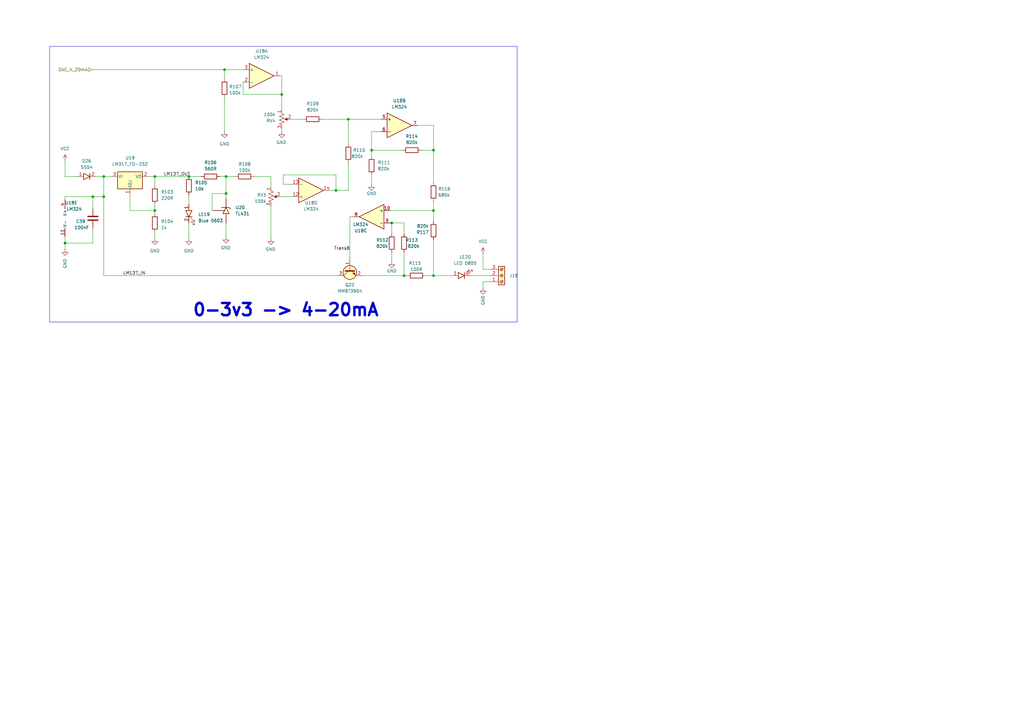
<source format=kicad_sch>
(kicad_sch (version 20231120) (generator "eeschema") (generator_version "8.0")
  (paper "A3")
  (lib_symbols
    (symbol "Amplifier_Operational:LM324" (pin_names (offset 0.127))
      (property "Reference" "U" (at 0 5.08 0))
      (property "Value" "LM324" (at 0 -5.08 0))
      (symbol "LM324_1_1"
        (polyline (pts (xy -5.08 5.08) (xy 5.08 0) (xy -5.08 -5.08) (xy -5.08 5.08)) (stroke (width 0.254)) (fill (type background)))
        (pin output line (at 7.62 0 180) (length 2.54) (name "~") (number "1"))
        (pin input line (at -7.62 -2.54 0) (length 2.54) (name "-") (number "2"))
        (pin input line (at -7.62 2.54 0) (length 2.54) (name "+") (number "3"))
      )
      (symbol "LM324_2_1"
        (polyline (pts (xy -5.08 5.08) (xy 5.08 0) (xy -5.08 -5.08) (xy -5.08 5.08)) (stroke (width 0.254)) (fill (type background)))
        (pin input line (at -7.62 2.54 0) (length 2.54) (name "+") (number "5"))
        (pin input line (at -7.62 -2.54 0) (length 2.54) (name "-") (number "6"))
        (pin output line (at 7.62 0 180) (length 2.54) (name "~") (number "7"))
      )
      (symbol "LM324_3_1"
        (polyline (pts (xy -5.08 5.08) (xy 5.08 0) (xy -5.08 -5.08) (xy -5.08 5.08)) (stroke (width 0.254)) (fill (type background)))
        (pin input line (at -7.62 2.54 0) (length 2.54) (name "+") (number "10"))
        (pin output line (at 7.62 0 180) (length 2.54) (name "~") (number "8"))
        (pin input line (at -7.62 -2.54 0) (length 2.54) (name "-") (number "9"))
      )
      (symbol "LM324_4_1"
        (polyline (pts (xy -5.08 5.08) (xy 5.08 0) (xy -5.08 -5.08) (xy -5.08 5.08)) (stroke (width 0.254)) (fill (type background)))
        (pin input line (at -7.62 2.54 0) (length 2.54) (name "+") (number "12"))
        (pin input line (at -7.62 -2.54 0) (length 2.54) (name "-") (number "13"))
        (pin output line (at 7.62 0 180) (length 2.54) (name "~") (number "14"))
      )
      (symbol "LM324_5_1"
        (pin power_in line (at -2.54 -7.62 90) (length 3.81) (name "V-") (number "11"))
        (pin power_in line (at -2.54 7.62 270) (length 3.81) (name "V+") (number "4"))
      )
    )
    (symbol "Connector:Screw_Terminal_01x03" (pin_names (offset 1.016) hide)
      (property "Reference" "J" (at 0 5.08 0))
      (property "Value" "Screw_Terminal_01x03" (at 0 -5.08 0))
      (symbol "Screw_Terminal_01x03_1_1"
        (rectangle (start -1.27 3.81) (end 1.27 -3.81) (stroke (width 0.254)) (fill (type background)))
        (circle (center 0 -2.54) (radius 0.635) (stroke (width 0.1524)))
        (polyline (pts (xy -0.5334 -2.2098) (xy 0.3302 -3.048)) (stroke (width 0.1524)))
        (polyline (pts (xy -0.5334 0.3302) (xy 0.3302 -0.508)) (stroke (width 0.1524)))
        (polyline (pts (xy -0.5334 2.8702) (xy 0.3302 2.032)) (stroke (width 0.1524)))
        (polyline (pts (xy -0.3556 -2.032) (xy 0.508 -2.8702)) (stroke (width 0.1524)))
        (polyline (pts (xy -0.3556 0.508) (xy 0.508 -0.3302)) (stroke (width 0.1524)))
        (polyline (pts (xy -0.3556 3.048) (xy 0.508 2.2098)) (stroke (width 0.1524)))
        (circle (center 0 0) (radius 0.635) (stroke (width 0.1524)))
        (circle (center 0 2.54) (radius 0.635) (stroke (width 0.1524)))
        (pin passive line (at -5.08 2.54 0) (length 3.81) (name "Pin_1") (number "1"))
        (pin passive line (at -5.08 0 0) (length 3.81) (name "Pin_2") (number "2"))
        (pin passive line (at -5.08 -2.54 0) (length 3.81) (name "Pin_3") (number "3"))
      )
    )
    (symbol "Device:C" (pin_numbers hide) (pin_names (offset 0.254))
      (property "Reference" "C" (at 0.635 2.54 0))
      (property "Value" "C" (at 0.635 -2.54 0))
      (symbol "C_0_1"
        (polyline (pts (xy -2.032 -0.762) (xy 2.032 -0.762)) (stroke (width 0.508)))
        (polyline (pts (xy -2.032 0.762) (xy 2.032 0.762)) (stroke (width 0.508)))
      )
      (symbol "C_1_1"
        (pin passive line (at 0 3.81 270) (length 2.794) (name "~") (number "1"))
        (pin passive line (at 0 -3.81 90) (length 2.794) (name "~") (number "2"))
      )
    )
    (symbol "Device:R" (pin_numbers hide) (pin_names (offset 0))
      (property "Reference" "R" (at 2.032 0 90))
      (property "Value" "R" (at 0 0 90))
      (symbol "R_0_1"
        (rectangle (start -1.016 -2.54) (end 1.016 2.54) (stroke (width 0.254)))
      )
      (symbol "R_1_1"
        (pin passive line (at 0 3.81 270) (length 1.27) (name "~") (number "1"))
        (pin passive line (at 0 -3.81 90) (length 1.27) (name "~") (number "2"))
      )
    )
    (symbol "Device:R_Potentiometer_US" (pin_names (offset 1.016) hide)
      (property "Reference" "RV" (at -4.445 0 90))
      (property "Value" "R_Potentiometer_US" (at -2.54 0 90))
      (symbol "R_Potentiometer_US_0_1"
        (polyline (pts (xy 0 -2.286) (xy 0 -2.54)))
        (polyline (pts (xy 0 2.54) (xy 0 2.286)))
        (polyline (pts (xy 2.54 0) (xy 1.524 0)))
        (polyline (pts (xy 1.143 0) (xy 2.286 0.508) (xy 2.286 -0.508) (xy 1.143 0)) (fill (type outline)))
        (polyline (pts (xy 0 -0.762) (xy 1.016 -1.143) (xy 0 -1.524) (xy -1.016 -1.905) (xy 0 -2.286)))
        (polyline (pts (xy 0 0.762) (xy 1.016 0.381) (xy 0 0) (xy -1.016 -0.381) (xy 0 -0.762)))
        (polyline (pts (xy 0 2.286) (xy 1.016 1.905) (xy 0 1.524) (xy -1.016 1.143) (xy 0 0.762)))
      )
      (symbol "R_Potentiometer_US_1_1"
        (pin passive line (at 0 3.81 270) (length 1.27) (name "1") (number "1"))
        (pin passive line (at 3.81 0 180) (length 1.27) (name "2") (number "2"))
        (pin passive line (at 0 -3.81 90) (length 1.27) (name "3") (number "3"))
      )
    )
    (symbol "IVS_SYMBOLS:D_Diode"
      (property "Reference" "D" (at 0 2.54 0))
      (property "Value" "D_Diode" (at 0 -2.54 0))
      (symbol "D_Diode_0_1"
        (polyline (pts (xy 0 1.27) (xy 0 -1.27)) (stroke (width 0.254)))
        (polyline (pts (xy 2.54 1.27) (xy 2.54 -1.27) (xy 0 0) (xy 2.54 1.27)) (stroke (width 0.254)) (fill (type background)))
      )
      (symbol "D_Diode_1_1"
        (pin passive line (at 5.08 0 180) (length 2.54) (name "") (number "1"))
        (pin passive line (at -2.54 0 0) (length 2.54) (name "") (number "2"))
      )
    )
    (symbol "IVS_SYMBOLS:Led"
      (property "Reference" "LE" (at 0.508 -2.794 0))
      (property "Value" "Led" (at -0.254 2.794 0))
      (symbol "Led_0_1"
        (polyline (pts (xy 0 -1.27) (xy 0 1.27)) (stroke (width 0.254)))
        (polyline (pts (xy 2.54 -1.27) (xy 2.54 1.27) (xy 0 0) (xy 2.54 -1.27)) (stroke (width 0.254)) (fill (type background)))
        (polyline (pts (xy -1.778 -0.762) (xy -3.302 -2.286) (xy -2.54 -2.286) (xy -3.302 -2.286) (xy -3.302 -1.524)))
        (polyline (pts (xy -0.508 -0.762) (xy -2.032 -2.286) (xy -1.27 -2.286) (xy -2.032 -2.286) (xy -2.032 -1.524)))
      )
      (symbol "Led_1_1"
        (pin passive line (at 5.08 0 180) (length 2.54) (name "") (number "1"))
        (pin passive line (at -2.54 0 0) (length 2.54) (name "") (number "2"))
      )
    )
    (symbol "IVS_SYMBOLS:NPN" (pin_names (offset 0) hide)
      (property "Reference" "Q" (at 5.08 1.905 0))
      (property "Value" "NPN" (at 5.08 0 0))
      (symbol "NPN_0_1"
        (polyline (pts (xy 0 0) (xy 0.635 0)))
        (polyline (pts (xy 0.635 0.635) (xy 2.54 2.54)))
        (polyline (pts (xy 0.635 -0.635) (xy 2.54 -2.54) (xy 2.54 -2.54)))
        (polyline (pts (xy 0.635 1.905) (xy 0.635 -1.905) (xy 0.635 -1.905)) (stroke (width 0.508)))
        (polyline (pts (xy 1.27 -1.778) (xy 1.778 -1.27) (xy 2.286 -2.286) (xy 1.27 -1.778) (xy 1.27 -1.778)) (fill (type outline)))
        (circle (center 1.27 0) (radius 2.8194) (stroke (width 0.254)) (fill (type background)))
      )
      (symbol "NPN_1_1"
        (pin input line (at -5.08 0 0) (length 5.08) (name "B") (number "1"))
        (pin passive line (at 2.54 -5.08 90) (length 2.54) (name "E") (number "2"))
        (pin passive line (at 2.54 5.08 270) (length 2.54) (name "C") (number "3"))
      )
    )
    (symbol "IVS_SYMBOLS:TL431" (pin_numbers hide) (pin_names hide)
      (property "Reference" "U" (at 5.08 2.54 0))
      (property "Value" "TL431" (at 5.08 0 0))
      (symbol "TL431_0_1"
        (polyline (pts (xy -1.905 1.27) (xy 1.27 1.27) (xy 1.905 0.635)) (stroke (width 0.254)))
        (polyline (pts (xy 0 1.27) (xy -1.27 -1.27) (xy 0.635 -1.27) (xy 1.27 -1.27) (xy 0 1.27)) (stroke (width 0.254)) (fill (type background)))
      )
      (symbol "TL431_1_1"
        (pin passive line (at 0 5.08 270) (length 3.81) (name "K") (number "1"))
        (pin passive line (at -5.08 0 0) (length 4.5) (name "REF") (number "2"))
        (pin passive line (at 0 -5.08 90) (length 3.81) (name "A") (number "3"))
      )
    )
    (symbol "Regulator_Linear:LM317_TO-252" (pin_names (offset 0.254))
      (property "Reference" "U" (at -3.81 3.175 0))
      (property "Value" "LM317_TO-252" (at 0 3.175 0))
      (symbol "LM317_TO-252_0_1"
        (rectangle (start -5.08 1.905) (end 5.08 -5.08) (stroke (width 0.254)) (fill (type background)))
      )
      (symbol "LM317_TO-252_1_1"
        (pin input line (at 0 -7.62 90) (length 2.54) (name "ADJ") (number "1"))
        (pin power_out line (at 7.62 0 180) (length 2.54) (name "VO") (number "2"))
        (pin power_in line (at -7.62 0 0) (length 2.54) (name "VI") (number "3"))
      )
    )
    (symbol "power:GND" (power) (pin_names (offset 0))
      (property "Value" "GND" (at 0 -3.81 0))
      (symbol "GND_0_1"
        (polyline (pts (xy 0 0) (xy 0 -1.27) (xy 1.27 -1.27) (xy 0 -2.54) (xy -1.27 -1.27) (xy 0 -1.27)))
      )
      (symbol "GND_1_1"
        (pin power_in line (at 0 0 270) (length 0) hide (name "GND") (number "1"))
      )
    )
    (symbol "power:VCC" (power) (pin_names (offset 0))
      (property "Value" "VCC" (at 0 3.81 0))
      (symbol "VCC_0_1"
        (polyline (pts (xy -0.762 1.27) (xy 0 2.54)))
        (polyline (pts (xy 0 0) (xy 0 2.54)))
        (polyline (pts (xy 0 2.54) (xy 0.762 1.27)))
      )
      (symbol "VCC_1_1"
        (pin power_in line (at 0 0 90) (length 0) hide (name "VCC") (number "1"))
      )
    )
  )
  (junction (at 177.8 86.36))
  (junction (at 77.47 72.39))
  (junction (at 63.5 86.36))
  (junction (at 92.075 28.575))
  (junction (at 92.71 72.39))
  (junction (at 137.795 78.105))
  (junction (at 42.545 80.645))
  (junction (at 160.655 91.44))
  (junction (at 63.5 72.39))
  (junction (at 142.875 48.895))
  (junction (at 42.545 72.39))
  (junction (at 26.67 99.695))
  (junction (at 177.8 113.03))
  (junction (at 115.57 38.735))
  (junction (at 152.4 61.595))
  (junction (at 177.8 61.595))
  (junction (at 165.735 113.03))
  (junction (at 38.1 80.645))
  (junction (at 92.71 79.375))
  (wire (pts (xy 111.125 72.39) (xy 111.125 76.835)))
  (wire (pts (xy 160.655 91.44) (xy 160.655 95.885)))
  (wire (pts (xy 120.015 75.565) (xy 116.205 75.565)))
  (wire (pts (xy 86.995 79.375) (xy 92.71 79.375)))
  (wire (pts (xy 38.1 80.645) (xy 42.545 80.645)))
  (wire (pts (xy 38.1 85.725) (xy 38.1 80.645)))
  (wire (pts (xy 92.075 32.385) (xy 92.075 28.575)))
  (wire (pts (xy 142.875 48.895) (xy 156.21 48.895)))
  (wire (pts (xy 77.47 72.39) (xy 82.55 72.39)))
  (wire (pts (xy 99.695 33.655) (xy 99.695 38.735)))
  (wire (pts (xy 152.4 61.595) (xy 165.1 61.595)))
  (wire (pts (xy 63.5 83.82) (xy 63.5 86.36)))
  (polyline (pts (xy 20.32 19.05) (xy 212.09 19.05)))
  (wire (pts (xy 92.71 91.44) (xy 92.71 97.155)))
  (wire (pts (xy 99.695 38.735) (xy 115.57 38.735)))
  (wire (pts (xy 137.795 71.755) (xy 137.795 78.105)))
  (wire (pts (xy 114.935 31.115) (xy 115.57 31.115)))
  (wire (pts (xy 198.12 110.49) (xy 200.66 110.49)))
  (wire (pts (xy 160.02 91.44) (xy 160.655 91.44)))
  (wire (pts (xy 142.875 78.105) (xy 137.795 78.105)))
  (wire (pts (xy 116.205 75.565) (xy 116.205 71.755)))
  (wire (pts (xy 104.14 72.39) (xy 111.125 72.39)))
  (wire (pts (xy 142.875 66.675) (xy 142.875 78.105)))
  (wire (pts (xy 38.1 93.345) (xy 38.1 99.695)))
  (wire (pts (xy 63.5 95.25) (xy 63.5 97.79)))
  (wire (pts (xy 77.47 80.01) (xy 77.47 83.82)))
  (wire (pts (xy 116.205 71.755) (xy 137.795 71.755)))
  (wire (pts (xy 177.8 61.595) (xy 177.8 74.93)))
  (wire (pts (xy 152.4 64.135) (xy 152.4 61.595)))
  (wire (pts (xy 177.8 98.425) (xy 177.8 113.03)))
  (wire (pts (xy 63.5 72.39) (xy 63.5 76.2)))
  (wire (pts (xy 60.96 72.39) (xy 63.5 72.39)))
  (wire (pts (xy 138.43 113.03) (xy 42.545 113.03)))
  (wire (pts (xy 198.12 115.57) (xy 198.12 118.11)))
  (wire (pts (xy 26.67 97.155) (xy 26.67 99.695)))
  (wire (pts (xy 42.545 72.39) (xy 45.72 72.39)))
  (wire (pts (xy 114.935 80.645) (xy 120.015 80.645)))
  (wire (pts (xy 165.735 91.44) (xy 165.735 95.885)))
  (wire (pts (xy 177.8 82.55) (xy 177.8 86.36)))
  (wire (pts (xy 90.17 72.39) (xy 92.71 72.39)))
  (wire (pts (xy 160.02 86.36) (xy 177.8 86.36)))
  (wire (pts (xy 142.875 48.895) (xy 142.875 59.055)))
  (wire (pts (xy 42.545 113.03) (xy 42.545 80.645)))
  (wire (pts (xy 92.71 81.28) (xy 92.71 79.375)))
  (wire (pts (xy 26.67 72.39) (xy 31.75 72.39)))
  (wire (pts (xy 200.66 115.57) (xy 198.12 115.57)))
  (wire (pts (xy 135.255 78.105) (xy 137.795 78.105)))
  (wire (pts (xy 172.72 61.595) (xy 177.8 61.595)))
  (wire (pts (xy 53.34 80.01) (xy 53.34 86.36)))
  (wire (pts (xy 26.67 80.645) (xy 26.67 81.915)))
  (wire (pts (xy 92.71 79.375) (xy 92.71 72.39)))
  (polyline (pts (xy 20.32 132.08) (xy 20.32 19.05)))
  (wire (pts (xy 119.38 48.895) (xy 124.46 48.895)))
  (wire (pts (xy 174.625 113.03) (xy 177.8 113.03)))
  (polyline (pts (xy 20.32 132.08) (xy 212.09 132.08)))
  (wire (pts (xy 177.8 113.03) (xy 185.42 113.03)))
  (wire (pts (xy 115.57 38.735) (xy 115.57 31.115)))
  (wire (pts (xy 92.71 72.39) (xy 96.52 72.39)))
  (wire (pts (xy 38.1 80.645) (xy 26.67 80.645)))
  (wire (pts (xy 63.5 72.39) (xy 77.47 72.39)))
  (wire (pts (xy 143.51 105.41) (xy 143.51 88.9)))
  (wire (pts (xy 92.075 40.005) (xy 92.075 53.975)))
  (wire (pts (xy 152.4 53.975) (xy 152.4 61.595)))
  (wire (pts (xy 86.995 86.36) (xy 86.995 79.375)))
  (wire (pts (xy 92.075 28.575) (xy 99.695 28.575)))
  (wire (pts (xy 87.63 86.36) (xy 86.995 86.36)))
  (wire (pts (xy 177.8 86.36) (xy 177.8 90.805)))
  (wire (pts (xy 144.78 88.9) (xy 143.51 88.9)))
  (wire (pts (xy 165.735 113.03) (xy 167.005 113.03)))
  (wire (pts (xy 26.67 66.04) (xy 26.67 72.39)))
  (wire (pts (xy 198.12 104.14) (xy 198.12 110.49)))
  (wire (pts (xy 63.5 86.36) (xy 63.5 87.63)))
  (wire (pts (xy 171.45 51.435) (xy 177.8 51.435)))
  (wire (pts (xy 165.735 103.505) (xy 165.735 113.03)))
  (wire (pts (xy 77.47 91.44) (xy 77.47 97.79)))
  (wire (pts (xy 152.4 53.975) (xy 156.21 53.975)))
  (wire (pts (xy 53.34 86.36) (xy 63.5 86.36)))
  (wire (pts (xy 115.57 38.735) (xy 115.57 45.085)))
  (wire (pts (xy 39.37 72.39) (xy 42.545 72.39)))
  (wire (pts (xy 111.125 84.455) (xy 111.125 97.79)))
  (wire (pts (xy 160.655 103.505) (xy 160.655 107.315)))
  (wire (pts (xy 115.57 52.705) (xy 115.57 53.975)))
  (wire (pts (xy 160.655 91.44) (xy 165.735 91.44)))
  (polyline (pts (xy 212.09 19.05) (xy 212.09 132.08)))
  (wire (pts (xy 42.545 80.645) (xy 42.545 72.39)))
  (wire (pts (xy 193.04 113.03) (xy 200.66 113.03)))
  (wire (pts (xy 26.67 99.695) (xy 26.67 102.235)))
  (wire (pts (xy 38.1 99.695) (xy 26.67 99.695)))
  (wire (pts (xy 37.465 28.575) (xy 92.075 28.575)))
  (wire (pts (xy 132.08 48.895) (xy 142.875 48.895)))
  (wire (pts (xy 148.59 113.03) (xy 165.735 113.03)))
  (wire (pts (xy 177.8 61.595) (xy 177.8 51.435)))
  (wire (pts (xy 152.4 71.755) (xy 152.4 75.565)))
  (text "0-3v3 -> 4-20mA" (at 78.74 130.175 0) (effects (font (size 5 5) (thickness 1) (bold yes)) (justify left bottom)))
  (label "LM137_IN" (at 59.69 113.03 180))
  (label "TransB" (at 143.51 102.87 180))
  (label "LM137_OUT" (at 78.105 72.39 180))
  (hierarchical_label "DAC_4_20mA" (shape input) (at 37.465 28.575 180))
  (symbol (lib_id "power:GND") (at 115.57 53.975 0) (unit 1)
    (property "Reference" "#PWR0120" (effects (hide yes)))
    (property "Value" "GND" (at 117.475 58.42 0) (effects (justify right)))
    (instances (project "DongTamV2" (path "" (reference "#PWR0120") (unit 1))) (project "dongtam" (path "" (reference "#PWR0156") (unit 1))))
  )
  (symbol (lib_id "Device:R") (at 128.27 48.895 90) (unit 1)
    (property "Reference" "R109" (at 128.27 42.545 90))
    (property "Value" "820k" (at 128.27 45.085 90))
    (property "Footprint" "SpiritBoi_Footprint_Library:R_0603" (effects (hide yes)))
    (instances (project "DongTamV2" (path "" (reference "R109") (unit 1))) (project "dongtam" (path "" (reference "R101") (unit 1))))
  )
  (symbol (lib_id "Device:R") (at 168.91 61.595 90) (unit 1)
    (property "Reference" "R114" (at 168.91 55.88 90))
    (property "Value" "820k" (at 168.91 58.42 90))
    (property "Footprint" "SpiritBoi_Footprint_Library:R_0603" (effects (hide yes)))
    (instances (project "DongTamV2" (path "" (reference "R114") (unit 1))) (project "dongtam" (path "" (reference "R106") (unit 1))))
  )
  (symbol (lib_id "Device:R") (at 86.36 72.39 270) (unit 1)
    (property "Reference" "R106" (at 86.36 66.675 90))
    (property "Value" "560R" (at 86.36 69.215 90))
    (property "Footprint" "SpiritBoi_Footprint_Library:R_0603" (effects (hide yes)))
    (instances (project "DongTamV2" (path "" (reference "R106") (unit 1))) (project "dongtam" (path "" (reference "R98") (unit 1))))
  )
  (symbol (lib_id "Device:R") (at 152.4 67.945 0) (unit 1)
    (property "Reference" "R111" (at 154.94 66.6749 0) (effects (justify left)))
    (property "Value" "820k" (at 154.94 69.2149 0) (effects (justify left)))
    (property "Footprint" "SpiritBoi_Footprint_Library:R_0603" (effects (hide yes)))
    (instances (project "DongTamV2" (path "" (reference "R111") (unit 1))) (project "dongtam" (path "" (reference "R103") (unit 1))))
  )
  (symbol (lib_id "Device:R") (at 92.075 36.195 0) (unit 1)
    (property "Reference" "R107" (at 93.98 35.56 0) (effects (justify left)))
    (property "Value" "100k" (at 93.98 38.1 0) (effects (justify left)))
    (property "Footprint" "SpiritBoi_Footprint_Library:R_0603" (effects (hide yes)))
    (instances (project "DongTamV2" (path "" (reference "R107") (unit 1))) (project "dongtam" (path "" (reference "R99") (unit 1))))
  )
  (symbol (lib_id "power:GND") (at 77.47 97.79 0) (unit 1)
    (property "Reference" "#PWR0116" (effects (hide yes)))
    (property "Value" "GND" (at 77.47 102.87 0))
    (instances (project "DongTamV2" (path "" (reference "#PWR0116") (unit 1))) (project "dongtam" (path "" (reference "#PWR0152") (unit 1))))
  )
  (symbol (lib_id "IVS_SYMBOLS:TL431") (at 92.71 86.36 0) (unit 1)
    (property "Reference" "U20" (at 96.52 85.0899 0) (effects (justify left)))
    (property "Value" "TL431" (at 96.52 87.6299 0) (effects (justify left)))
    (property "Footprint" "SpiritBoi_Footprint_Library:SOT23-3" (effects (hide yes)))
    (property "Datasheet" "http://www.ti.com/lit/ds/symlink/tl431.pdf" (effects (hide yes)))
    (instances (project "DongTamV2" (path "" (reference "U20") (unit 1))) (project "dongtam" (path "" (reference "U17") (unit 1))))
  )
  (symbol (lib_id "power:GND") (at 92.71 97.155 0) (unit 1)
    (property "Reference" "#PWR0118" (effects (hide yes)))
    (property "Value" "GND" (at 94.615 101.6 0) (effects (justify right)))
    (instances (project "DongTamV2" (path "" (reference "#PWR0118") (unit 1))) (project "dongtam" (path "" (reference "#PWR0154") (unit 1))))
  )
  (symbol (lib_id "Regulator_Linear:LM317_TO-252") (at 53.34 72.39 0) (unit 1)
    (property "Reference" "U19" (at 53.34 64.77 0))
    (property "Value" "LM317_TO-252" (at 53.34 67.31 0))
    (property "Footprint" "SpiritBoi_Footprint_Library:Package-IC-Vert-SMD-TO_252_2" (effects (hide yes)))
    (property "Datasheet" "http://www.ti.com/lit/ds/snvs774n/snvs774n.pdf" (effects (hide yes)))
    (instances (project "DongTamV2" (path "" (reference "U19") (unit 1))) (project "dongtam" (path "" (reference "U16") (unit 1))))
  )
  (symbol (lib_id "Amplifier_Operational:LM324") (at 107.315 31.115 0) (unit 1)
    (property "Reference" "U18" (at 107.315 20.955 0))
    (property "Value" "LM324" (at 107.315 23.495 0))
    (property "Footprint" "SpiritBoi_Footprint_Library:Package-IC-Vert-SMD-1.27mm-14P-SOIC_14_Narrow_3.9x8.7mm" (effects (hide yes)))
    (property "Datasheet" "http://www.ti.com/lit/ds/symlink/lm2902-n.pdf" (effects (hide yes)))
    (instances (project "DongTamV2" (path "" (reference "U18") (unit 1))) (project "dongtam" (path "" (reference "U15") (unit 1))))
  )
  (symbol (lib_id "Amplifier_Operational:LM324") (at 127.635 78.105 0) (mirror x) (unit 4)
    (property "Reference" "U18" (at 127.635 83.185 0))
    (property "Value" "LM324" (at 127.635 85.725 0))
    (property "Footprint" "SpiritBoi_Footprint_Library:Package-IC-Vert-SMD-1.27mm-14P-SOIC_14_Narrow_3.9x8.7mm" (effects (hide yes)))
    (property "Datasheet" "http://www.ti.com/lit/ds/symlink/lm2902-n.pdf" (effects (hide yes)))
    (instances (project "DongTamV2" (path "" (reference "U18") (unit 4))) (project "dongtam" (path "" (reference "U15") (unit 4))))
  )
  (symbol (lib_id "Device:C") (at 38.1 89.535 0) (unit 1)
    (property "Reference" "C39" (at 31.115 90.805 0) (effects (justify left)))
    (property "Value" "100nF" (at 30.48 93.345 0) (effects (justify left)))
    (property "Footprint" "SpiritBoi_Footprint_Library:C_0603" (effects (hide yes)))
    (instances (project "DongTamV2" (path "" (reference "C39") (unit 1))) (project "dongtam" (path "" (reference "C32") (unit 1))))
  )
  (symbol (lib_id "power:VCC") (at 26.67 66.04 0) (unit 1)
    (property "Reference" "#PWR0113" (effects (hide yes)))
    (property "Value" "VCC" (at 26.67 60.96 0))
    (instances (project "DongTamV2" (path "" (reference "#PWR0113") (unit 1))) (project "dongtam" (path "" (reference "#PWR0149") (unit 1))))
  )
  (symbol (lib_id "Amplifier_Operational:LM324") (at 29.21 89.535 0) (unit 5)
    (property "Reference" "U18" (at 29.21 83.185 0))
    (property "Value" "LM324" (at 30.48 85.725 0))
    (property "Footprint" "SpiritBoi_Footprint_Library:Package-IC-Vert-SMD-1.27mm-14P-SOIC_14_Narrow_3.9x8.7mm" (effects (hide yes)))
    (property "Datasheet" "http://www.ti.com/lit/ds/symlink/lm2902-n.pdf" (effects (hide yes)))
    (instances (project "DongTamV2" (path "" (reference "U18") (unit 5))) (project "dongtam" (path "" (reference "U15") (unit 5))))
  )
  (symbol (lib_id "power:GND") (at 63.5 97.79 0) (unit 1)
    (property "Reference" "#PWR0115" (effects (hide yes)))
    (property "Value" "GND" (at 63.5 102.87 0))
    (instances (project "DongTamV2" (path "" (reference "#PWR0115") (unit 1))) (project "dongtam" (path "" (reference "#PWR0151") (unit 1))))
  )
  (symbol (lib_id "Amplifier_Operational:LM324") (at 163.83 51.435 0) (unit 2)
    (property "Reference" "U18" (at 163.83 41.275 0))
    (property "Value" "LM324" (at 163.83 43.815 0))
    (property "Footprint" "SpiritBoi_Footprint_Library:Package-IC-Vert-SMD-1.27mm-14P-SOIC_14_Narrow_3.9x8.7mm" (effects (hide yes)))
    (property "Datasheet" "http://www.ti.com/lit/ds/symlink/lm2902-n.pdf" (effects (hide yes)))
    (instances (project "DongTamV2" (path "" (reference "U18") (unit 2))) (project "dongtam" (path "" (reference "U15") (unit 2))))
  )
  (symbol (lib_id "Device:R") (at 165.735 99.695 0) (unit 1)
    (property "Reference" "R113" (at 171.45 98.425 0) (effects (justify right)))
    (property "Value" "820k" (at 172.085 100.965 0) (effects (justify right)))
    (property "Footprint" "SpiritBoi_Footprint_Library:R_0603" (effects (hide yes)))
    (instances (project "DongTamV2" (path "" (reference "R113") (unit 1))) (project "dongtam" (path "" (reference "R105") (unit 1))))
  )
  (symbol (lib_id "Amplifier_Operational:LM324") (at 152.4 88.9 0) (mirror y) (unit 3)
    (property "Reference" "U18" (at 147.955 94.615 0))
    (property "Value" "LM324" (at 147.955 92.075 0))
    (property "Footprint" "SpiritBoi_Footprint_Library:Package-IC-Vert-SMD-1.27mm-14P-SOIC_14_Narrow_3.9x8.7mm" (effects (hide yes)))
    (property "Datasheet" "http://www.ti.com/lit/ds/symlink/lm2902-n.pdf" (effects (hide yes)))
    (instances (project "DongTamV2" (path "" (reference "U18") (unit 3))) (project "dongtam" (path "" (reference "U15") (unit 3))))
  )
  (symbol (lib_id "power:GND") (at 92.075 53.975 0) (unit 1)
    (property "Reference" "#PWR0117" (effects (hide yes)))
    (property "Value" "GND" (at 92.075 59.055 0))
    (instances (project "DongTamV2" (path "" (reference "#PWR0117") (unit 1))) (project "dongtam" (path "" (reference "#PWR0153") (unit 1))))
  )
  (symbol (lib_id "IVS_SYMBOLS:Led") (at 190.5 113.03 180) (unit 1)
    (property "Reference" "LE20" (at 190.8175 105.41 0))
    (property "Value" "LED 0805" (at 190.8175 107.95 0))
    (property "Footprint" "SpiritBoi_Footprint_Library:LED_0805" (effects (hide yes)))
    (instances (project "DongTamV2" (path "" (reference "LE20") (unit 1))) (project "dongtam" (path "" (reference "LE2") (unit 1))))
  )
  (symbol (lib_id "IVS_SYMBOLS:NPN") (at 143.51 110.49 90) (mirror x) (unit 1)
    (property "Reference" "Q22" (at 143.51 116.84 90))
    (property "Value" "MMBT3904" (at 143.51 119.38 90))
    (property "Footprint" "SpiritBoi_Footprint_Library:SOT23-3" (effects (hide yes)))
    (property "Datasheet" "https://www.onsemi.com/pdf/datasheet/mmbt3904lt1-d.pdf" (effects (hide yes)))
    (instances (project "DongTamV2" (path "" (reference "Q22") (unit 1))) (project "dongtam" (path "" (reference "Q17") (unit 1))))
  )
  (symbol (lib_id "power:VCC") (at 198.12 104.14 0) (unit 1)
    (property "Reference" "#PWR0123" (effects (hide yes)))
    (property "Value" "VCC" (at 198.12 99.06 0))
    (instances (project "DongTamV2" (path "" (reference "#PWR0123") (unit 1))) (project "dongtam" (path "" (reference "#PWR0160") (unit 1))))
  )
  (symbol (lib_id "Device:R") (at 170.815 113.03 270) (unit 1)
    (property "Reference" "R115" (at 172.72 107.95 90) (effects (justify right)))
    (property "Value" "100R" (at 173.355 110.49 90) (effects (justify right)))
    (property "Footprint" "SpiritBoi_Footprint_Library:R_0603" (effects (hide yes)))
    (instances (project "DongTamV2" (path "" (reference "R115") (unit 1))) (project "dongtam" (path "" (reference "R107") (unit 1))))
  )
  (symbol (lib_id "Device:R") (at 63.5 91.44 0) (unit 1)
    (property "Reference" "R104" (at 66.04 90.805 0) (effects (justify left)))
    (property "Value" "1k" (at 66.04 93.345 0) (effects (justify left)))
    (property "Footprint" "SpiritBoi_Footprint_Library:R_0603" (effects (hide yes)))
    (instances (project "DongTamV2" (path "" (reference "R104") (unit 1))) (project "dongtam" (path "" (reference "R96") (unit 1))))
  )
  (symbol (lib_id "power:GND") (at 198.12 118.11 0) (unit 1)
    (property "Reference" "#PWR0124" (effects (hide yes)))
    (property "Value" "GND" (at 198.12 123.19 90))
    (instances (project "DongTamV2" (path "" (reference "#PWR0124") (unit 1))) (project "dongtam" (path "" (reference "#PWR0161") (unit 1))))
  )
  (symbol (lib_id "power:GND") (at 26.67 102.235 0) (unit 1)
    (property "Reference" "#PWR0114" (effects (hide yes)))
    (property "Value" "GND" (at 26.6701 106.045 90) (effects (justify right)))
    (instances (project "DongTamV2" (path "" (reference "#PWR0114") (unit 1))) (project "dongtam" (path "" (reference "#PWR0150") (unit 1))))
  )
  (symbol (lib_id "Device:R") (at 77.47 76.2 0) (unit 1)
    (property "Reference" "R105" (at 80.01 74.9299 0) (effects (justify left)))
    (property "Value" "10k" (at 80.01 77.4699 0) (effects (justify left)))
    (property "Footprint" "SpiritBoi_Footprint_Library:R_0603" (effects (hide yes)))
    (instances (project "DongTamV2" (path "" (reference "R105") (unit 1))) (project "dongtam" (path "" (reference "R97") (unit 1))))
  )
  (symbol (lib_id "Device:R") (at 177.8 78.74 0) (unit 1)
    (property "Reference" "R116" (at 179.705 77.4699 0) (effects (justify left)))
    (property "Value" "680k" (at 179.705 80.0099 0) (effects (justify left)))
    (property "Footprint" "SpiritBoi_Footprint_Library:R_0603" (effects (hide yes)))
    (instances (project "DongTamV2" (path "" (reference "R116") (unit 1))) (project "dongtam" (path "" (reference "R108") (unit 1))))
  )
  (symbol (lib_id "IVS_SYMBOLS:Led") (at 77.47 88.9 90) (unit 1)
    (property "Reference" "LE19" (at 81.28 87.9474 90) (effects (justify right)))
    (property "Value" "Blue 0603" (at 81.28 90.4874 90) (effects (justify right)))
    (property "Footprint" "SpiritBoi_Footprint_Library:LED_0603" (effects (hide yes)))
    (instances (project "DongTamV2" (path "" (reference "LE19") (unit 1))) (project "dongtam" (path "" (reference "LE1") (unit 1))))
  )
  (symbol (lib_id "Device:R") (at 160.655 99.695 0) (unit 1)
    (property "Reference" "R112" (at 154.305 98.425 0) (effects (justify left)))
    (property "Value" "820k" (at 154.305 100.965 0) (effects (justify left)))
    (property "Footprint" "SpiritBoi_Footprint_Library:R_0603" (effects (hide yes)))
    (instances (project "DongTamV2" (path "" (reference "R112") (unit 1))) (project "dongtam" (path "" (reference "R104") (unit 1))))
  )
  (symbol (lib_id "power:GND") (at 152.4 75.565 0) (unit 1)
    (property "Reference" "#PWR0121" (effects (hide yes)))
    (property "Value" "GND" (at 152.4 79.375 0))
    (instances (project "DongTamV2" (path "" (reference "#PWR0121") (unit 1))) (project "dongtam" (path "" (reference "#PWR0158") (unit 1))))
  )
  (symbol (lib_id "IVS_SYMBOLS:D_Diode") (at 36.83 72.39 180) (unit 1)
    (property "Reference" "D26" (at 35.56 66.04 0))
    (property "Value" "SS54" (at 35.56 68.58 0))
    (property "Footprint" "SpiritBoi_Footprint_Library:Package-Diode-D_SMA" (effects (hide yes)))
    (instances (project "DongTamV2" (path "" (reference "D26") (unit 1))) (project "dongtam" (path "" (reference "D24") (unit 1))))
  )
  (symbol (lib_id "Device:R") (at 63.5 80.01 0) (unit 1)
    (property "Reference" "R103" (at 66.04 78.7399 0) (effects (justify left)))
    (property "Value" "220R" (at 66.04 81.2799 0) (effects (justify left)))
    (property "Footprint" "SpiritBoi_Footprint_Library:R_0603" (effects (hide yes)))
    (instances (project "DongTamV2" (path "" (reference "R103") (unit 1))) (project "dongtam" (path "" (reference "R95") (unit 1))))
  )
  (symbol (lib_id "power:GND") (at 160.655 107.315 0) (unit 1)
    (property "Reference" "#PWR0122" (effects (hide yes)))
    (property "Value" "GND" (at 160.655 111.125 0))
    (instances (project "DongTamV2" (path "" (reference "#PWR0122") (unit 1))) (project "dongtam" (path "" (reference "#PWR0159") (unit 1))))
  )
  (symbol (lib_id "power:GND") (at 111.125 97.79 0) (unit 1)
    (property "Reference" "#PWR0119" (effects (hide yes)))
    (property "Value" "GND" (at 113.03 102.235 0) (effects (justify right)))
    (instances (project "DongTamV2" (path "" (reference "#PWR0119") (unit 1))) (project "dongtam" (path "" (reference "#PWR0155") (unit 1))))
  )
  (symbol (lib_id "Device:R") (at 177.8 94.615 0) (unit 1)
    (property "Reference" "R117" (at 175.895 95.25 0) (effects (justify right)))
    (property "Value" "820k" (at 175.895 92.71 0) (effects (justify right)))
    (property "Footprint" "SpiritBoi_Footprint_Library:R_0603" (effects (hide yes)))
    (instances (project "DongTamV2" (path "" (reference "R117") (unit 1))) (project "dongtam" (path "" (reference "R109") (unit 1))))
  )
  (symbol (lib_id "Device:R_Potentiometer_US") (at 115.57 48.895 0) (unit 1)
    (property "Reference" "RV4" (at 113.03 49.53 0) (effects (justify right)))
    (property "Value" "100k" (at 113.03 46.99 0) (effects (justify right)))
    (property "Footprint" "SpiritBoi_Footprint_Library:Potentiometer-Vert-THT-Bourns_3296W" (effects (hide yes)))
    (instances (project "DongTamV2" (path "" (reference "RV4") (unit 1))) (project "dongtam" (path "" (reference "RV3") (unit 1))))
  )
  (symbol (lib_id "Device:R") (at 100.33 72.39 270) (unit 1)
    (property "Reference" "R108" (at 100.33 67.31 90))
    (property "Value" "100k" (at 100.33 69.85 90))
    (property "Footprint" "SpiritBoi_Footprint_Library:R_0603" (effects (hide yes)))
    (instances (project "DongTamV2" (path "" (reference "R108") (unit 1))) (project "dongtam" (path "" (reference "R100") (unit 1))))
  )
  (symbol (lib_id "Connector:Screw_Terminal_01x03") (at 205.74 113.03 0) (mirror x) (unit 1)
    (property "Reference" "J18" (at 208.915 113.0301 0) (effects (justify left)))
    (property "Value" "HT3.96mm-3P" (effects (hide yes)))
    (property "Footprint" "SpiritBoi_Footprint_Library:TerminalBlock_bornier-3_P5.08mm" (effects (hide yes)))
    (instances (project "DongTamV2" (path "" (reference "J18") (unit 1))) (project "dongtam" (path "" (reference "J11") (unit 1))))
  )
  (symbol (lib_id "Device:R_Potentiometer_US") (at 111.125 80.645 0) (unit 1)
    (property "Reference" "RV3" (at 109.22 80.01 0) (effects (justify right)))
    (property "Value" "100k" (at 109.22 82.55 0) (effects (justify right)))
    (property "Footprint" "SpiritBoi_Footprint_Library:Potentiometer-Vert-THT-Bourns_3296W" (effects (hide yes)))
    (instances (project "DongTamV2" (path "" (reference "RV3") (unit 1))) (project "dongtam" (path "" (reference "RV2") (unit 1))))
  )
  (symbol (lib_id "Device:R") (at 142.875 62.865 0) (unit 1)
    (property "Reference" "R110" (at 144.78 61.595 0) (effects (justify left)))
    (property "Value" "820k" (at 144.145 64.135 0) (effects (justify left)))
    (property "Footprint" "SpiritBoi_Footprint_Library:R_0603" (effects (hide yes)))
    (instances (project "DongTamV2" (path "" (reference "R110") (unit 1))) (project "dongtam" (path "" (reference "R102") (unit 1))))
  )
)
</source>
